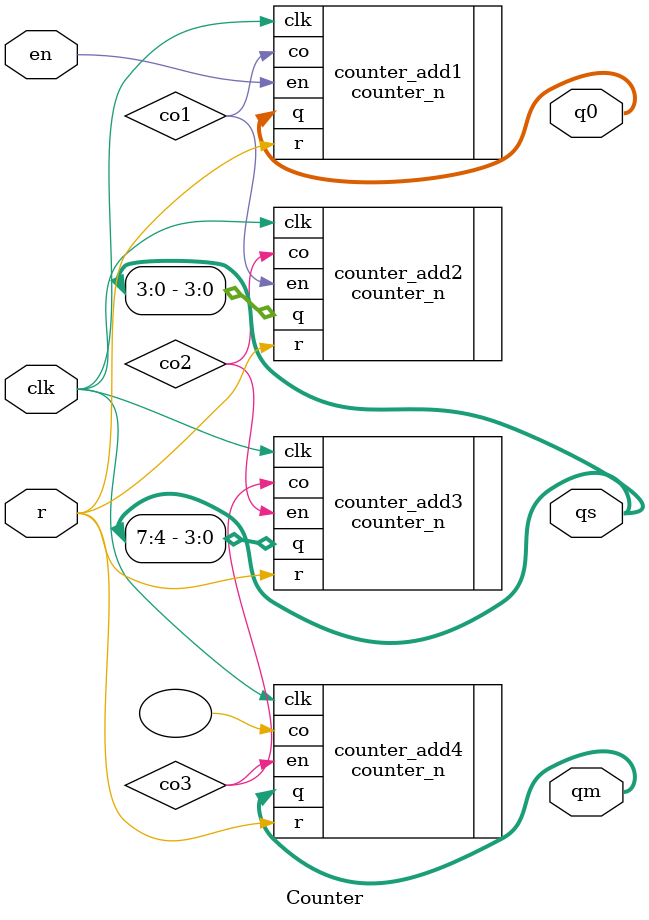
<source format=v>
module Counter(clk,r,en,q0,qs,qm);
//Declaration
input  clk,r,en;
output  [3:0] q0;
output  [7:0] qs;
output  [3:0] qm;

//Achievement
wire co1,co2,co3;
counter_n #(.n(10),.counter_bits(4)) counter_add1(.clk(clk),.r(r),.en(en),.co(co1),.q(q0));
counter_n #(.n(10),.counter_bits(4)) counter_add2(.clk(clk),.r(r),.en(co1),.co(co2),.q(qs[3:0]));
counter_n #(.n(6),.counter_bits(4)) counter_add3(.clk(clk),.r(r),.en(co2),.co(co3),.q(qs[7:4]));
counter_n #(.n(10),.counter_bits(4)) counter_add4(.clk(clk),.r(r),.en(co3),.co(),.q(qm));

endmodule

</source>
